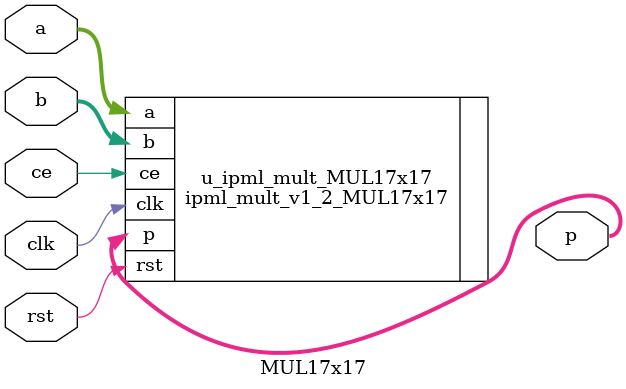
<source format=v>

module MUL17x17
(
     ce  ,
     rst ,
     clk ,
     a   ,
     b   ,
     p
);



localparam ASIZE = 17 ; //@IPC int 2,72

localparam BSIZE = 17 ; //@IPC int 2,72

localparam A_SIGNED = 1 ; //@IPC enum 0,1

localparam B_SIGNED = 1 ; //@IPC enum 0,1

localparam ASYNC_RST = 1 ; //@IPC enum 0,1

localparam OPTIMAL_TIMING = 0 ; //@IPC enum 0,1

localparam INREG_EN = 0 ; //@IPC enum 0,1

localparam PIPEREG_EN_1 = 1 ; //@IPC enum 0,1

localparam PIPEREG_EN_2 = 1 ; //@IPC enum 0,1

localparam PIPEREG_EN_3 = 1 ; //@IPC enum 0,1

localparam OUTREG_EN = 0 ; //@IPC enum 0,1

//tmp variable for ipc purpose

localparam PIPE_STATUS = 3 ; //@IPC enum 0,1,2,3,4,5

localparam ASYNC_RST_BOOL = 1 ; //@IPC bool

localparam OPTIMAL_TIMING_BOOL = 0 ; //@IPC bool

//end of tmp variable
localparam  GRS_EN       = "FALSE"         ;

localparam  PSIZE = ASIZE + BSIZE          ;

input                 ce  ;
input                 rst ;
input                 clk ;
input  [ASIZE-1:0]    a   ;
input  [BSIZE-1:0]    b   ;
output [PSIZE-1:0]    p   ;

ipml_mult_v1_2_MUL17x17
    #(
    .ASIZE           ( ASIZE            ),
    .BSIZE           ( BSIZE            ),
    .OPTIMAL_TIMING  ( OPTIMAL_TIMING   ),
    .INREG_EN        ( INREG_EN         ),
    .PIPEREG_EN_1    ( PIPEREG_EN_1     ),
    .PIPEREG_EN_2    ( PIPEREG_EN_2     ),
    .PIPEREG_EN_3    ( PIPEREG_EN_3     ),
    .OUTREG_EN       ( OUTREG_EN        ),
    .GRS_EN          ( GRS_EN           ),
    .A_SIGNED        ( A_SIGNED         ),
    .B_SIGNED        ( B_SIGNED         ),
    .ASYNC_RST       ( ASYNC_RST        )
    )u_ipml_mult_MUL17x17
    (
    .ce              ( ce     ),
    .rst             ( rst    ),
    .clk             ( clk    ),
    .a               ( a      ),
    .b               ( b      ),
    .p               ( p      )
    );

endmodule


</source>
